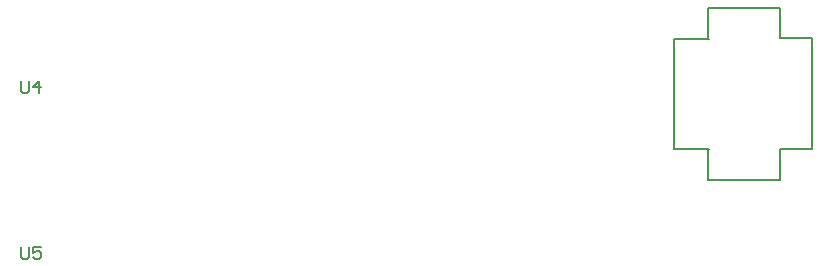
<source format=gm1>
G04*
G04 #@! TF.GenerationSoftware,Altium Limited,Altium Designer,22.10.1 (41)*
G04*
G04 Layer_Color=16711935*
%FSLAX24Y24*%
%MOIN*%
G70*
G04*
G04 #@! TF.SameCoordinates,D3DE9D1E-BBEA-47A5-8CCE-E8523334BBBC*
G04*
G04*
G04 #@! TF.FilePolarity,Positive*
G04*
G01*
G75*
%ADD14C,0.0070*%
D14*
X48066Y28296D02*
X49116D01*
X48066Y24596D02*
X49116D01*
X44526Y28286D02*
X45676D01*
X44526Y24606D02*
X45676D01*
X48066Y28296D02*
Y29321D01*
X45666D02*
X48066D01*
X45666Y23571D02*
X48066D01*
Y24596D01*
X44526Y24606D02*
Y28286D01*
X45666Y28296D02*
Y29321D01*
Y23571D02*
Y24596D01*
X49116D02*
Y28296D01*
X22750Y21356D02*
Y21023D01*
X22816Y20956D01*
X22950D01*
X23016Y21023D01*
Y21356D01*
X23416D02*
X23150D01*
Y21156D01*
X23283Y21223D01*
X23349D01*
X23416Y21156D01*
Y21023D01*
X23349Y20956D01*
X23216D01*
X23150Y21023D01*
X22750Y26863D02*
Y26530D01*
X22816Y26463D01*
X22950D01*
X23016Y26530D01*
Y26863D01*
X23349Y26463D02*
Y26863D01*
X23150Y26663D01*
X23416D01*
M02*

</source>
